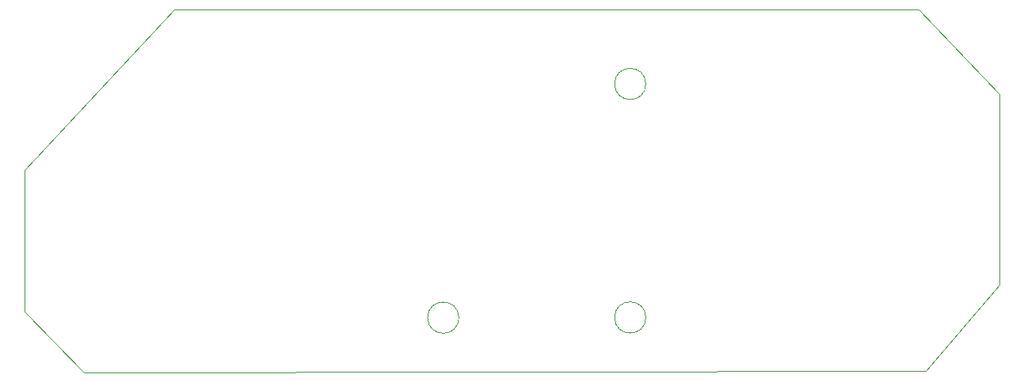
<source format=gbr>
%TF.GenerationSoftware,KiCad,Pcbnew,(6.0.7-1)-1*%
%TF.CreationDate,2023-11-12T08:24:24+10:00*%
%TF.ProjectId,HYD ISO Panel PCB V2,48594420-4953-44f2-9050-616e656c2050,rev?*%
%TF.SameCoordinates,Original*%
%TF.FileFunction,Profile,NP*%
%FSLAX46Y46*%
G04 Gerber Fmt 4.6, Leading zero omitted, Abs format (unit mm)*
G04 Created by KiCad (PCBNEW (6.0.7-1)-1) date 2023-11-12 08:24:24*
%MOMM*%
%LPD*%
G01*
G04 APERTURE LIST*
%TA.AperFunction,Profile*%
%ADD10C,0.050000*%
%TD*%
G04 APERTURE END LIST*
D10*
X83718400Y-60350400D02*
X163271200Y-60350400D01*
X171958000Y-89865200D02*
X164050000Y-99100000D01*
X134108772Y-93340000D02*
G75*
G03*
X134108772Y-93340000I-1668772J0D01*
G01*
X67716400Y-77520800D02*
X83718400Y-60350400D01*
X74000000Y-99250000D02*
X164050000Y-99100000D01*
X171958000Y-69443600D02*
X171958000Y-89865200D01*
X67716400Y-77520800D02*
X67700000Y-92700000D01*
X114120000Y-93360000D02*
G75*
G03*
X114120000Y-93360000I-1668772J0D01*
G01*
X163271200Y-60350400D02*
X171958000Y-69443600D01*
X134108772Y-68340000D02*
G75*
G03*
X134108772Y-68340000I-1668772J0D01*
G01*
X67700000Y-92700000D02*
X74000000Y-99250000D01*
M02*

</source>
